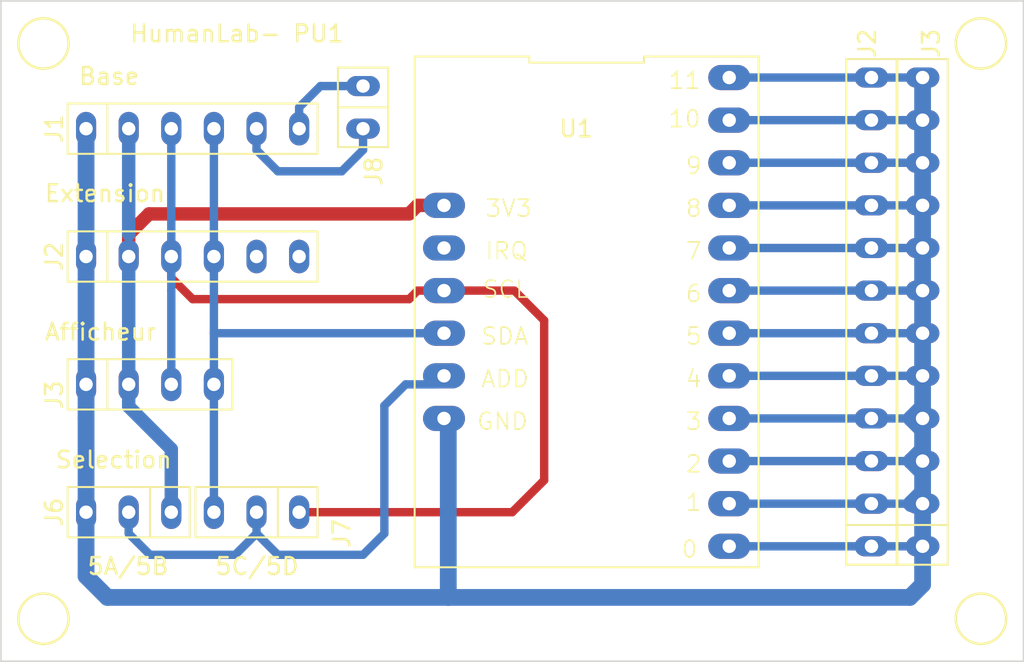
<source format=kicad_pcb>
(kicad_pcb (version 20221018) (generator pcbnew)
  (layers (0 "F.Cu" signal) (31 "B.Cu" signal) (34 "B.Paste" user) (35 "F.Paste" user) (36 "B.SilkS" user "B.Silkscreen") (37 "F.SilkS" user "F.Silkscreen") (38 "B.Mask" user) (39 "F.Mask" user) (44 "Edge.Cuts" user))
  (net 0 "")
  (net 1 "Net-(J2-Pin_1)")
  (net 3 "Net-(J2-Pin_2)")
  (net 4 "Net-(J2-Pin_3)")
  (net 5 "Net-(J2-Pin_4)")
  (net 6 "Net-(J2-Pin_5)")
  (net 7 "Net-(J2-Pin_6)")
  (net 8 "Net-(J2-Pin_7)")
  (net 9 "Net-(J2-Pin_8)")
  (net 10 "Net-(J2-Pin_9)")
  (net 11 "Net-(J2-Pin_10)")
  (net 12 "Net-(J2-Pin_11)")
  (net 13 "Net-(J2-Pin_12)")
  (net 14 "/GND")
  (net 15 "/3V3")
  (net 16 "/SCL")
  (net 17 "/SDA")
  (net 20 "Net-(J6-Pin_2)")
  (net 21 "Net-(J1A1-Pin_6)")
  (net 22 "Net-(J1A1-Pin_5)")
  (footprint "MesEmpreintes2:SIP-3" (layer "F.Cu") (at 129.54 91.44 180)
    (fp_text reference "J7" (at -5.08 -1.27 90) (layer "F.SilkS"))
    (fp_text value "5C/5D")
    (fp_line (start -3.64 -1.5) (end 3.64 -1.5) (stroke (width 0.12)) (layer "F.SilkS"))
    (fp_line (start -3.64 1.5) (end -3.64 -1.5) (stroke (width 0.12)) (layer "F.SilkS"))
    (fp_line (start -1.27 -1.5) (end -1.27 1.5) (stroke (width 0.12)) (layer "F.SilkS"))
    (fp_line (start 3.64 -1.5) (end 3.64 1.5) (stroke (width 0.12)) (layer "F.SilkS"))
    (fp_line (start 3.64 1.5) (end -3.64 1.5) (stroke (width 0.12)) (layer "F.SilkS"))
    (pad "1" thru_hole oval (at -2.54 0 180) (size 1.2 2) (drill 0.8) (layers "*.Cu" "*.Mask") (net 16 "/SCL"))
    (pad "2" thru_hole oval (at 0 0 180) (size 1.2 2) (drill 0.8) (layers "*.Cu" "*.Mask") (net 20 "Net-(J6-Pin_2)"))
    (pad "3" thru_hole oval (at 2.54 0 180) (size 1.2 2) (drill 0.8) (layers "*.Cu" "*.Mask") (net 17 "/SDA"))
  )
  (footprint "MesEmpreintes2:MPR121" (layer "F.Cu") (at 149.216 79.502 -90)
    (fp_text reference "U1" (at -10.922 0.626) (layer "F.SilkS"))
    (fp_text value "MPR121DL")
    (fp_text user "SDA" (at 2.032 6.35 unlocked) (layer "F.SilkS") (effects (font (thickness 0.1)) (justify left bottom)))
    (fp_text user "3V3" (at -5.588 6.096 unlocked) (layer "F.SilkS") (effects (font (thickness 0.1)) (justify left bottom)))
    (fp_text user "8" (at -5.588 -5.842 unlocked) (layer "F.SilkS") (effects (font (thickness 0.1)) (justify left bottom)))
    (fp_text user "6" (at -0.508 -5.842 unlocked) (layer "F.SilkS") (effects (font (thickness 0.1)) (justify left bottom)))
    (fp_text user "SCL" (at -0.762 4.826 unlocked) (layer "F.SilkS") (effects (font (thickness 0.1)) (justify bottom)))
    (fp_text user "9" (at -8.128 -5.842 unlocked) (layer "F.SilkS") (effects (font (thickness 0.1)) (justify left bottom)))
    (fp_text user "0" (at 14.732 -5.588 unlocked) (layer "F.SilkS") (effects (font (thickness 0.1)) (justify left bottom)))
    (fp_text user "3" (at 7.112 -5.842 unlocked) (layer "F.SilkS") (effects (font (thickness 0.1)) (justify left bottom)))
    (fp_text user "10" (at -10.922 -4.826 unlocked) (layer "F.SilkS") (effects (font (thickness 0.1)) (justify left bottom)))
    (fp_text user "2" (at 9.652 -5.842 unlocked) (layer "F.SilkS") (effects (font (thickness 0.1)) (justify left bottom)))
    (fp_text user "5" (at 2.032 -5.842 unlocked) (layer "F.SilkS") (effects (font (thickness 0.1)) (justify left bottom)))
    (fp_text user "GND" (at 7.112 6.604 unlocked) (layer "F.SilkS") (effects (font (thickness 0.1)) (justify left bottom)))
    (fp_text user "1" (at 11.938 -5.842 unlocked) (layer "F.SilkS") (effects (font (thickness 0.1)) (justify left bottom)))
    (fp_text user "4" (at 4.572 -5.842 unlocked) (layer "F.SilkS") (effects (font (thickness 0.1)) (justify left bottom)))
    (fp_text user "11" (at -13.208 -4.826 unlocked) (layer "F.SilkS") (effects (font (thickness 0.1)) (justify left bottom)))
    (fp_text user "7" (at -3.048 -5.842 unlocked) (layer "F.SilkS") (effects (font (thickness 0.1)) (justify left bottom)))
    (fp_text user "ADD" (at 4.572 6.35 unlocked) (layer "F.SilkS") (effects (font (thickness 0.1)) (justify left bottom)))
    (fp_text user "IRQ" (at -3.048 6.096 unlocked) (layer "F.SilkS") (effects (font (thickness 0.1)) (justify left bottom)))
    (fp_line (start -15.22 -10.25) (end -15.22 -3.416666) (stroke (width 0.12)) (layer "F.SilkS"))
    (fp_line (start -15.22 -3.416666) (end -14.86 -3.416666) (stroke (width 0.12)) (layer "F.SilkS"))
    (fp_line (start -15.22 3.416666) (end -15.22 10.249999) (stroke (width 0.12)) (layer "F.SilkS"))
    (fp_line (start -15.22 10.249999) (end 15.22 10.25) (stroke (width 0.12)) (layer "F.SilkS"))
    (fp_line (start -14.86 -3.416666) (end -14.86 3.416666) (stroke (width 0.12)) (layer "F.SilkS"))
    (fp_line (start -14.86 3.416666) (end -15.22 3.416666) (stroke (width 0.12)) (layer "F.SilkS"))
    (fp_line (start 15.22 -10.249999) (end -15.22 -10.25) (stroke (width 0.12)) (layer "F.SilkS"))
    (fp_line (start 15.22 10.25) (end 15.22 -10.249999) (stroke (width 0.12)) (layer "F.SilkS"))
    (pad "1" thru_hole oval (at -6.35 8.5 270) (size 1.5 2.5) (drill 0.8) (layers "*.Cu" "*.Mask") (net 15 "/3V3"))
    (pad "2" thru_hole oval (at -3.81 8.5 270) (size 1.5 2.5) (drill 0.8) (layers "*.Cu" "*.Mask"))
    (pad "3" thru_hole oval (at -1.27 8.5 270) (size 1.5 2.5) (drill 0.8) (layers "*.Cu" "*.Mask") (net 16 "/SCL"))
    (pad "4" thru_hole oval (at 1.27 8.5 270) (size 1.5 2.5) (drill 0.8) (layers "*.Cu" "*.Mask") (net 17 "/SDA"))
    (pad "5" thru_hole oval (at 3.81 8.5 270) (size 1.5 2.5) (drill 0.8) (layers "*.Cu" "*.Mask") (net 20 "Net-(J6-Pin_2)"))
    (pad "6" thru_hole oval (at 6.35 8.5 270) (size 1.5 2.5) (drill 0.8) (layers "*.Cu" "*.Mask") (net 14 "/GND"))
    (pad "7" thru_hole oval (at 13.97 -8.5 270) (size 1.5 2.5) (drill 0.8) (layers "*.Cu" "*.Mask") (net 1 "Net-(J2-Pin_1)"))
    (pad "8" thru_hole oval (at 11.43 -8.5 270) (size 1.5 2.5) (drill 0.8) (layers "*.Cu" "*.Mask") (net 3 "Net-(J2-Pin_2)"))
    (pad "9" thru_hole oval (at 8.89 -8.5 270) (size 1.5 2.5) (drill 0.8) (layers "*.Cu" "*.Mask") (net 4 "Net-(J2-Pin_3)"))
    (pad "10" thru_hole oval (at 6.35 -8.5 270) (size 1.5 2.5) (drill 0.8) (layers "*.Cu" "*.Mask") (net 5 "Net-(J2-Pin_4)"))
    (pad "11" thru_hole oval (at 3.81 -8.5 270) (size 1.5 2.5) (drill 0.8) (layers "*.Cu" "*.Mask") (net 6 "Net-(J2-Pin_5)"))
    (pad "12" thru_hole oval (at 1.27 -8.5 270) (size 1.5 2.5) (drill 0.8) (layers "*.Cu" "*.Mask") (net 7 "Net-(J2-Pin_6)"))
    (pad "13" thru_hole oval (at -1.27 -8.5 270) (size 1.5 2.5) (drill 0.8) (layers "*.Cu" "*.Mask") (net 8 "Net-(J2-Pin_7)"))
    (pad "14" thru_hole oval (at -3.81 -8.5 270) (size 1.5 2.5) (drill 0.8) (layers "*.Cu" "*.Mask") (net 9 "Net-(J2-Pin_8)"))
    (pad "15" thru_hole oval (at -6.35 -8.5 270) (size 1.5 2.5) (drill 0.8) (layers "*.Cu" "*.Mask") (net 10 "Net-(J2-Pin_9)"))
    (pad "16" thru_hole oval (at -8.89 -8.5 270) (size 1.5 2.5) (drill 0.8) (layers "*.Cu" "*.Mask") (net 11 "Net-(J2-Pin_10)"))
    (pad "17" thru_hole oval (at -11.43 -8.5 270) (size 1.5 2.5) (drill 0.8) (layers "*.Cu" "*.Mask") (net 12 "Net-(J2-Pin_11)"))
    (pad "18" thru_hole oval (at -13.97 -8.5 270) (size 1.5 2.5) (drill 0.8) (layers "*.Cu" "*.Mask") (net 13 "Net-(J2-Pin_12)"))
  )
  (footprint "MesEmpreintes2:SIP-2" (layer "F.Cu") (at 135.89 67.31 -90)
    (fp_text reference "J8" (at 3.81 -0.635 90) (layer "F.SilkS"))
    (fp_text value "Conn_01x02_Socket" hide)
    (fp_line (start -2.37 -1.5) (end 2.37 -1.5) (stroke (width 0.12)) (layer "F.SilkS"))
    (fp_line (start -2.37 1.5) (end -2.37 -1.5) (stroke (width 0.12)) (layer "F.SilkS"))
    (fp_line (start 0 -1.5) (end 0 1.5) (stroke (width 0.12)) (layer "F.SilkS"))
    (fp_line (start 2.37 -1.5) (end 2.37 1.5) (stroke (width 0.12)) (layer "F.SilkS"))
    (fp_line (start 2.37 1.5) (end -2.37 1.5) (stroke (width 0.12)) (layer "F.SilkS"))
    (pad "1" thru_hole oval (at -1.27 0 270) (size 1.2 2) (drill 0.8) (layers "*.Cu" "*.Mask") (net 21 "Net-(J1A1-Pin_6)"))
    (pad "2" thru_hole oval (at 1.27 0 270) (size 1.2 2) (drill 0.8) (layers "*.Cu" "*.Mask") (net 22 "Net-(J1A1-Pin_5)"))
  )
  (footprint "MesEmpreintes2:SIP-3" (layer "F.Cu") (at 121.92 91.44 180)
    (fp_text reference "J6" (at 4.445 0 90) (layer "F.SilkS"))
    (fp_text value "5A/5B")
    (fp_line (start -3.64 -1.5) (end 3.64 -1.5) (stroke (width 0.12)) (layer "F.SilkS"))
    (fp_line (start -3.64 1.5) (end -3.64 -1.5) (stroke (width 0.12)) (layer "F.SilkS"))
    (fp_line (start -1.27 -1.5) (end -1.27 1.5) (stroke (width 0.12)) (layer "F.SilkS"))
    (fp_line (start 3.64 -1.5) (end 3.64 1.5) (stroke (width 0.12)) (layer "F.SilkS"))
    (fp_line (start 3.64 1.5) (end -3.64 1.5) (stroke (width 0.12)) (layer "F.SilkS"))
    (pad "1" thru_hole oval (at -2.54 0 180) (size 1.2 2) (drill 0.8) (layers "*.Cu" "*.Mask") (net 15 "/3V3"))
    (pad "2" thru_hole oval (at 0 0 180) (size 1.2 2) (drill 0.8) (layers "*.Cu" "*.Mask") (net 20 "Net-(J6-Pin_2)"))
    (pad "3" thru_hole oval (at 2.54 0 180) (size 1.2 2) (drill 0.8) (layers "*.Cu" "*.Mask") (net 14 "/GND"))
  )
  (footprint "MesEmpreintes2:SIP-4" (layer "F.Cu") (at 123.19 83.82)
    (fp_text reference "J3" (at -5.715 0.635 90) (layer "F.SilkS"))
    (fp_text value "Afficheur")
    (fp_line (start -4.91 -1.5) (end 4.91 -1.5) (stroke (width 0.12)) (layer "F.SilkS"))
    (fp_line (start -4.91 1.5) (end -4.91 -1.5) (stroke (width 0.12)) (layer "F.SilkS"))
    (fp_line (start -2.54 -1.5) (end -2.54 1.5) (stroke (width 0.12)) (layer "F.SilkS"))
    (fp_line (start 4.91 -1.5) (end 4.91 1.5) (stroke (width 0.12)) (layer "F.SilkS"))
    (fp_line (start 4.91 1.5) (end -4.91 1.5) (stroke (width 0.12)) (layer "F.SilkS"))
    (pad "1" thru_hole oval (at -3.81 0) (size 1.2 2) (drill 0.8) (layers "*.Cu" "*.Mask") (net 14 "/GND"))
    (pad "2" thru_hole oval (at -1.27 0) (size 1.2 2) (drill 0.8) (layers "*.Cu" "*.Mask") (net 15 "/3V3"))
    (pad "3" thru_hole oval (at 1.27 0) (size 1.2 2) (drill 0.8) (layers "*.Cu" "*.Mask") (net 16 "/SCL"))
    (pad "4" thru_hole oval (at 3.81 0) (size 1.2 2) (drill 0.8) (layers "*.Cu" "*.Mask") (net 17 "/SDA"))
  )
  (footprint "MesEmpreintes2:SIP-6" (layer "F.Cu") (at 125.73 76.2)
    (fp_text reference "J2" (at -8.255 0 90) (layer "F.SilkS"))
    (fp_text value "Exten")
    (fp_line (start -7.45 -1.5) (end 7.45 -1.5) (stroke (width 0.12)) (layer "F.SilkS"))
    (fp_line (start -7.45 1.5) (end -7.45 -1.5) (stroke (width 0.12)) (layer "F.SilkS"))
    (fp_line (start -5.08 -1.5) (end -5.08 1.5) (stroke (width 0.12)) (layer "F.SilkS"))
    (fp_line (start 7.45 -1.5) (end 7.45 1.5) (stroke (width 0.12)) (layer "F.SilkS"))
    (fp_line (start 7.45 1.5) (end -7.45 1.5) (stroke (width 0.12)) (layer "F.SilkS"))
    (pad "1" thru_hole oval (at -6.35 0) (size 1.2 2) (drill 0.8) (layers "*.Cu" "*.Mask") (net 14 "/GND"))
    (pad "2" thru_hole oval (at -3.81 0) (size 1.2 2) (drill 0.8) (layers "*.Cu" "*.Mask") (net 15 "/3V3"))
    (pad "3" thru_hole oval (at -1.27 0) (size 1.2 2) (drill 0.8) (layers "*.Cu" "*.Mask") (net 16 "/SCL"))
    (pad "4" thru_hole oval (at 1.27 0) (size 1.2 2) (drill 0.8) (layers "*.Cu" "*.Mask") (net 17 "/SDA"))
    (pad "5" thru_hole oval (at 3.81 0) (size 1.2 2) (drill 0.8) (layers "*.Cu" "*.Mask"))
    (pad "6" thru_hole oval (at 6.35 0) (size 1.2 2) (drill 0.8) (layers "*.Cu" "*.Mask"))
  )
  (footprint "MesEmpreintes2:SIP-12" (layer "F.Cu") (at 169.24125 79.502 90)
    (fp_text reference "J3" (at 16.002 0.508 90) (layer "F.SilkS"))
    (fp_text value "Conn_01x12_Socket" hide)
    (fp_line (start -15.07 -1.5) (end 15.07 -1.5) (stroke (width 0.12)) (layer "F.SilkS"))
    (fp_line (start -15.07 1.5) (end -15.07 -1.5) (stroke (width 0.12)) (layer "F.SilkS"))
    (fp_line (start -12.7 -1.5) (end -12.7 1.5) (stroke (width 0.12)) (layer "F.SilkS"))
    (fp_line (start 15.07 -1.5) (end 15.07 1.5) (stroke (width 0.12)) (layer "F.SilkS"))
    (fp_line (start 15.07 1.5) (end -15.07 1.5) (stroke (width 0.12)) (layer "F.SilkS"))
    (pad "1" thru_hole oval (at -13.97 0 90) (size 1.2 2) (drill 0.8) (layers "*.Cu" "*.Mask") (net 14 "/GND"))
    (pad "2" thru_hole oval (at -11.43 0 90) (size 1.2 2) (drill 0.8) (layers "*.Cu" "*.Mask") (net 14 "/GND"))
    (pad "3" thru_hole oval (at -8.89 0 90) (size 1.2 2) (drill 0.8) (layers "*.Cu" "*.Mask") (net 14 "/GND"))
    (pad "4" thru_hole oval (at -6.35 0 90) (size 1.2 2) (drill 0.8) (layers "*.Cu" "*.Mask") (net 14 "/GND"))
    (pad "5" thru_hole oval (at -3.81 0 90) (size 1.2 2) (drill 0.8) (layers "*.Cu" "*.Mask") (net 14 "/GND"))
    (pad "6" thru_hole oval (at -1.27 0 90) (size 1.2 2) (drill 0.8) (layers "*.Cu" "*.Mask") (net 14 "/GND"))
    (pad "7" thru_hole oval (at 1.27 0 90) (size 1.2 2) (drill 0.8) (layers "*.Cu" "*.Mask") (net 14 "/GND"))
    (pad "8" thru_hole oval (at 3.81 0 90) (size 1.2 2) (drill 0.8) (layers "*.Cu" "*.Mask") (net 14 "/GND"))
    (pad "9" thru_hole oval (at 6.35 0 90) (size 1.2 2) (drill 0.8) (layers "*.Cu" "*.Mask") (net 14 "/GND"))
    (pad "10" thru_hole oval (at 8.89 0 90) (size 1.2 2) (drill 0.8) (layers "*.Cu" "*.Mask") (net 14 "/GND"))
    (pad "11" thru_hole oval (at 11.43 0 90) (size 1.2 2) (drill 0.8) (layers "*.Cu" "*.Mask") (net 14 "/GND"))
    (pad "12" thru_hole oval (at 13.97 0 90) (size 1.2 2) (drill 0.8) (layers "*.Cu" "*.Mask") (net 14 "/GND"))
  )
  (footprint "MesEmpreintes2:SIP-12" (layer "F.Cu") (at 166.19325 79.502 90)
    (fp_text reference "J2" (at 16.002 -0.254 90) (layer "F.SilkS"))
    (fp_text value "Conn_01x12_Socket" hide)
    (fp_line (start -15.07 -1.5) (end 15.07 -1.5) (stroke (width 0.12)) (layer "F.SilkS"))
    (fp_line (start -15.07 1.5) (end -15.07 -1.5) (stroke (width 0.12)) (layer "F.SilkS"))
    (fp_line (start -12.7 -1.5) (end -12.7 1.5) (stroke (width 0.12)) (layer "F.SilkS"))
    (fp_line (start 15.07 -1.5) (end 15.07 1.5) (stroke (width 0.12)) (layer "F.SilkS"))
    (fp_line (start 15.07 1.5) (end -15.07 1.5) (stroke (width 0.12)) (layer "F.SilkS"))
    (pad "1" thru_hole oval (at -13.97 0 90) (size 1.2 2) (drill 0.8) (layers "*.Cu" "*.Mask") (net 1 "Net-(J2-Pin_1)"))
    (pad "2" thru_hole oval (at -11.43 0 90) (size 1.2 2) (drill 0.8) (layers "*.Cu" "*.Mask") (net 3 "Net-(J2-Pin_2)"))
    (pad "3" thru_hole oval (at -8.89 0 90) (size 1.2 2) (drill 0.8) (layers "*.Cu" "*.Mask") (net 4 "Net-(J2-Pin_3)"))
    (pad "4" thru_hole oval (at -6.35 0 90) (size 1.2 2) (drill 0.8) (layers "*.Cu" "*.Mask") (net 5 "Net-(J2-Pin_4)"))
    (pad "5" thru_hole oval (at -3.81 0 90) (size 1.2 2) (drill 0.8) (layers "*.Cu" "*.Mask") (net 6 "Net-(J2-Pin_5)"))
    (pad "6" thru_hole oval (at -1.27 0 90) (size 1.2 2) (drill 0.8) (layers "*.Cu" "*.Mask") (net 7 "Net-(J2-Pin_6)"))
    (pad "7" thru_hole oval (at 1.27 0 90) (size 1.2 2) (drill 0.8) (layers "*.Cu" "*.Mask") (net 8 "Net-(J2-Pin_7)"))
    (pad "8" thru_hole oval (at 3.81 0 90) (size 1.2 2) (drill 0.8) (layers "*.Cu" "*.Mask") (net 9 "Net-(J2-Pin_8)"))
    (pad "9" thru_hole oval (at 6.35 0 90) (size 1.2 2) (drill 0.8) (layers "*.Cu" "*.Mask") (net 10 "Net-(J2-Pin_9)"))
    (pad "10" thru_hole oval (at 8.89 0 90) (size 1.2 2) (drill 0.8) (layers "*.Cu" "*.Mask") (net 11 "Net-(J2-Pin_10)"))
    (pad "11" thru_hole oval (at 11.43 0 90) (size 1.2 2) (drill 0.8) (layers "*.Cu" "*.Mask") (net 12 "Net-(J2-Pin_11)"))
    (pad "12" thru_hole oval (at 13.97 0 90) (size 1.2 2) (drill 0.8) (layers "*.Cu" "*.Mask") (net 13 "Net-(J2-Pin_12)"))
  )
  (footprint "MesEmpreintes2:SIP-6" (layer "F.Cu") (at 125.73 68.58)
    (fp_text reference "J1" (at -8.255 0 90) (layer "F.SilkS"))
    (fp_text value "Vers Base")
    (fp_line (start -7.45 -1.5) (end 7.45 -1.5) (stroke (width 0.12)) (layer "F.SilkS"))
    (fp_line (start -7.45 1.5) (end -7.45 -1.5) (stroke (width 0.12)) (layer "F.SilkS"))
    (fp_line (start -5.08 -1.5) (end -5.08 1.5) (stroke (width 0.12)) (layer "F.SilkS"))
    (fp_line (start 7.45 -1.5) (end 7.45 1.5) (stroke (width 0.12)) (layer "F.SilkS"))
    (fp_line (start 7.45 1.5) (end -7.45 1.5) (stroke (width 0.12)) (layer "F.SilkS"))
    (pad "1" thru_hole oval (at -6.35 0) (size 1.2 2) (drill 0.8) (layers "*.Cu" "*.Mask") (net 14 "/GND"))
    (pad "2" thru_hole oval (at -3.81 0) (size 1.2 2) (drill 0.8) (layers "*.Cu" "*.Mask") (net 15 "/3V3"))
    (pad "3" thru_hole oval (at -1.27 0) (size 1.2 2) (drill 0.8) (layers "*.Cu" "*.Mask") (net 16 "/SCL"))
    (pad "4" thru_hole oval (at 1.27 0) (size 1.2 2) (drill 0.8) (layers "*.Cu" "*.Mask") (net 17 "/SDA"))
    (pad "5" thru_hole oval (at 3.81 0) (size 1.2 2) (drill 0.8) (layers "*.Cu" "*.Mask") (net 22 "Net-(J1A1-Pin_5)"))
    (pad "6" thru_hole oval (at 6.35 0) (size 1.2 2) (drill 0.8) (layers "*.Cu" "*.Mask") (net 21 "Net-(J1A1-Pin_6)"))
  )
  (gr_circle (center 172.72 63.5) (end 174.22 63.5) (stroke (width 0.15)) (fill none) (layer "F.SilkS"))
  (gr_circle (center 116.84 97.79) (end 118.34 97.79) (stroke (width 0.15)) (fill none) (layer "F.SilkS"))
  (gr_circle (center 116.84 63.5) (end 118.34 63.5) (stroke (width 0.15)) (fill none) (layer "F.SilkS"))
  (gr_circle (center 172.72 97.79) (end 174.22 97.79) (stroke (width 0.15)) (fill none) (layer "F.SilkS"))
  (gr_rect (start 114.3 60.96) (end 175.26 100.33) (stroke (width 0.1)) (fill none) (layer "Edge.Cuts"))
  (gr_text "5A/5B" (at 119.38 95.25) (layer "F.SilkS") (effects (font (size 1 1)) (justify left bottom)))
  (gr_text "Extension" (at 116.84 73.025) (layer "F.SilkS") (effects (font (size 1 1)) (justify left bottom)))
  (gr_text "Selection" (at 117.475 88.9) (layer "F.SilkS") (effects (font (size 1 1)) (justify left bottom)))
  (gr_text "HumanLab- PU1" (at 121.92 63.5) (layer "F.SilkS") (effects (font (size 1 1)) (justify left bottom)))
  (gr_text "5C/5D" (at 127 95.25) (layer "F.SilkS") (effects (font (size 1 1)) (justify left bottom)))
  (gr_text "Base" (at 118.872 66.04) (layer "F.SilkS") (effects (font (size 1 1)) (justify left bottom)))
  (gr_text "Afficheur" (at 116.84 81.28) (layer "F.SilkS") (effects (font (size 1 1)) (justify left bottom)))
  (segment (start 169.164 93.472) (end 157.716 93.472) (width 0.5) (layer "B.Cu") (net 1))
  (segment (start 169.164 90.932) (end 157.716 90.932) (width 0.5) (layer "B.Cu") (net 3))
  (segment (start 169.164 88.392) (end 157.716 88.392) (width 0.5) (layer "B.Cu") (net 4))
  (segment (start 169.164 85.852) (end 157.716 85.852) (width 0.5) (layer "B.Cu") (net 5))
  (segment (start 169.164 83.312) (end 157.716 83.312) (width 0.5) (layer "B.Cu") (net 6))
  (segment (start 169.164 80.772) (end 157.716 80.772) (width 0.5) (layer "B.Cu") (net 7))
  (segment (start 169.164 78.232) (end 157.716 78.232) (width 0.5) (layer "B.Cu") (net 8))
  (segment (start 169.164 75.692) (end 157.716 75.692) (width 0.5) (layer "B.Cu") (net 9))
  (segment (start 169.164 73.152) (end 157.716 73.152) (width 0.5) (layer "B.Cu") (net 10))
  (segment (start 169.164 70.612) (end 157.716 70.612) (width 0.5) (layer "B.Cu") (net 11))
  (segment (start 169.164 68.072) (end 157.716 68.072) (width 0.5) (layer "B.Cu") (net 12))
  (segment (start 169.164 65.532) (end 157.716 65.532) (width 0.5) (layer "B.Cu") (net 13))
  (segment (start 169.24125 85.1895) (end 168.57875 85.852) (width 1) (layer "B.Cu") (net 14))
  (segment (start 169.24125 75.0295) (end 168.57875 75.692) (width 0.25) (layer "B.Cu") (net 14))
  (segment (start 169.24125 71.2745) (end 169.24125 72.4895) (width 1) (layer "B.Cu") (net 14))
  (segment (start 169.24125 78.232) (end 168.57875 78.232) (width 0.25) (layer "B.Cu") (net 14))
  (segment (start 169.24125 87.7295) (end 168.57875 88.392) (width 1) (layer "B.Cu") (net 14))
  (segment (start 169.24125 80.1095) (end 168.57875 80.772) (width 0.25) (layer "B.Cu") (net 14))
  (segment (start 119.38 83.82) (end 119.38 84.4825) (width 1) (layer "B.Cu") (net 14))
  (segment (start 169.24125 73.152) (end 168.57875 73.152) (width 0.25) (layer "B.Cu") (net 14))
  (segment (start 168.57875 68.072) (end 169.24125 68.7345) (width 0.25) (layer "B.Cu") (net 14))
  (segment (start 169.24125 65.532) (end 169.24125 68.072) (width 1) (layer "B.Cu") (net 14))
  (segment (start 169.24125 83.9745) (end 169.24125 84.0782) (width 0.25) (layer "B.Cu") (net 14))
  (segment (start 169.24125 83.312) (end 168.57875 83.312) (width 0.25) (layer "B.Cu") (net 14))
  (segment (start 169.24125 93.472) (end 169.24125 95.758) (width 1) (layer "B.Cu") (net 14))
  (segment (start 169.24125 90.932) (end 168.57875 90.932) (width 1) (layer "B.Cu") (net 14))
  (segment (start 169.24125 75.692) (end 168.57875 75.692) (width 0.25) (layer "B.Cu") (net 14))
  (segment (start 169.24125 90.2695) (end 168.57875 90.932) (width 1) (layer "B.Cu") (net 14))
  (segment (start 169.24125 89.0545) (end 169.24125 90.2695) (width 1) (layer "B.Cu") (net 14))
  (segment (start 168.57875 78.232) (end 169.24125 78.8945) (width 0.25) (layer "B.Cu") (net 14))
  (segment (start 168.47925 96.52) (end 140.97 96.52) (width 1) (layer "B.Cu") (net 14))
  (segment (start 169.24125 68.7345) (end 169.24125 69.9495) (width 1) (layer "B.Cu") (net 14))
  (segment (start 169.24125 95.758) (end 168.47925 96.52) (width 1) (layer "B.Cu") (net 14))
  (segment (start 140.97 96.52) (end 140.97 86.106) (width 1) (layer "B.Cu") (net 14))
  (segment (start 169.24125 83.9745) (end 169.24125 85.1895) (width 1) (layer "B.Cu") (net 14))
  (segment (start 169.24125 73.8145) (end 169.24125 75.0295) (width 1) (layer "B.Cu") (net 14))
  (segment (start 168.57875 88.392) (end 169.24125 89.0545) (width 1) (layer "B.Cu") (net 14))
  (segment (start 169.24125 86.5145) (end 169.24125 87.7295) (width 1) (layer "B.Cu") (net 14))
  (segment (start 168.57875 73.152) (end 169.24125 73.8145) (width 0.25) (layer "B.Cu") (net 14))
  (segment (start 168.57875 80.772) (end 169.24125 81.4345) (width 0.25) (layer "B.Cu") (net 14))
  (segment (start 119.38 76.2) (end 119.38 83.82) (width 1) (layer "B.Cu") (net 14))
  (segment (start 169.24125 68.072) (end 168.57875 68.072) (width 0.25) (layer "B.Cu") (net 14))
  (segment (start 169.24125 81.4345) (end 169.24125 82.6495) (width 1) (layer "B.Cu") (net 14))
  (segment (start 119.38 68.58) (end 119.38 76.2) (width 1) (layer "B.Cu") (net 14))
  (segment (start 120.65 96.52) (end 119.38 95.25) (width 1) (layer "B.Cu") (net 14))
  (segment (start 168.57875 83.312) (end 169.24125 83.9745) (width 0.25) (layer "B.Cu") (net 14))
  (segment (start 119.38 84.4825) (end 119.38 85.852) (width 1) (layer "B.Cu") (net 14))
  (segment (start 169.24125 78.8945) (end 169.24125 80.1095) (width 1) (layer "B.Cu") (net 14))
  (segment (start 169.24125 70.612) (end 168.57875 70.612) (width 0.25) (layer "B.Cu") (net 14))
  (segment (start 168.57875 75.692) (end 169.24125 76.3545) (width 0.25) (layer "B.Cu") (net 14))
  (segment (start 169.24125 88.392) (end 168.57875 88.392) (width 1) (layer "B.Cu") (net 14))
  (segment (start 169.24125 77.5695) (end 168.57875 78.232) (width 0.25) (layer "B.Cu") (net 14))
  (segment (start 168.57875 70.612) (end 169.24125 71.2745) (width 0.25) (layer "B.Cu") (net 14))
  (segment (start 169.24125 69.9495) (end 168.57875 70.612) (width 0.25) (layer "B.Cu") (net 14))
  (segment (start 169.24125 76.3545) (end 169.24125 77.5695) (width 1) (layer "B.Cu") (net 14))
  (segment (start 119.38 95.25) (end 119.38 91.44) (width 1) (layer "B.Cu") (net 14))
  (segment (start 169.24125 82.6495) (end 168.57875 83.312) (width 0.25) (layer "B.Cu") (net 14))
  (segment (start 140.97 96.52) (end 120.65 96.52) (width 1) (layer "B.Cu") (net 14))
  (segment (start 169.24125 80.772) (end 168.57875 80.772) (width 0.25) (layer "B.Cu") (net 14))
  (segment (start 169.24125 72.4895) (end 168.57875 73.152) (width 0.25) (layer "B.Cu") (net 14))
  (segment (start 119.38 85.852) (end 119.38 91.44) (width 1) (layer "B.Cu") (net 14))
  (segment (start 140.97 86.106) (end 140.716 85.852) (width 1) (layer "B.Cu") (net 14))
  (segment (start 169.24125 85.852) (end 168.57875 85.852) (width 1) (layer "B.Cu") (net 14))
  (segment (start 168.57875 85.852) (end 169.24125 86.5145) (width 1) (layer "B.Cu") (net 14))
  (segment (start 169.24125 90.932) (end 169.24125 93.472) (width 1) (layer "B.Cu") (net 14))
  (segment (start 139.1409 73.152) (end 140.716 73.152) (width 0.8) (layer "F.Cu") (net 15))
  (segment (start 123.1349 73.66) (end 138.6329 73.66) (width 0.8) (layer "F.Cu") (net 15))
  (segment (start 138.6329 73.66) (end 139.1409 73.152) (width 0.8) (layer "F.Cu") (net 15))
  (segment (start 121.92 76.2) (end 121.92 74.8749) (width 0.8) (layer "F.Cu") (net 15))
  (segment (start 121.92 74.8749) (end 123.1349 73.66) (width 0.8) (layer "F.Cu") (net 15))
  (segment (start 121.92 76.2) (end 121.92 83.82) (width 0.8) (layer "B.Cu") (net 15))
  (segment (start 124.46 87.6851) (end 124.46 91.44) (width 0.8) (layer "B.Cu") (net 15))
  (segment (start 121.92 68.58) (end 121.92 74.8749) (width 0.8) (layer "B.Cu") (net 15))
  (segment (start 121.92 85.1451) (end 124.46 87.6851) (width 0.8) (layer "B.Cu") (net 15))
  (segment (start 121.92 83.82) (end 121.92 85.1451) (width 0.8) (layer "B.Cu") (net 15))
  (segment (start 124.46 77.47) (end 125.73 78.74) (width 0.5) (layer "F.Cu") (net 16))
  (segment (start 124.46 76.2) (end 124.46 76.8625) (width 0.5) (layer "F.Cu") (net 16))
  (segment (start 144.78 91.44) (end 146.685 89.535) (width 0.5) (layer "F.Cu") (net 16))
  (segment (start 146.685 89.535) (end 146.685 80.01) (width 0.5) (layer "F.Cu") (net 16))
  (segment (start 139.1409 78.232) (end 140.716 78.232) (width 0.5) (layer "F.Cu") (net 16))
  (segment (start 144.907 78.232) (end 140.716 78.232) (width 0.5) (layer "F.Cu") (net 16))
  (segment (start 138.6329 78.74) (end 139.1409 78.232) (width 0.5) (layer "F.Cu") (net 16))
  (segment (start 124.46 76.2) (end 124.46 77.47) (width 0.5) (layer "F.Cu") (net 16))
  (segment (start 125.73 78.74) (end 138.6329 78.74) (width 0.5) (layer "F.Cu") (net 16))
  (segment (start 132.08 91.44) (end 144.78 91.44) (width 0.5) (layer "F.Cu") (net 16))
  (segment (start 146.685 80.01) (end 144.907 78.232) (width 0.5) (layer "F.Cu") (net 16))
  (segment (start 124.46 68.58) (end 124.46 76.2) (width 0.5) (layer "B.Cu") (net 16))
  (segment (start 124.46 78.232) (end 124.46 83.82) (width 0.5) (layer "B.Cu") (net 16))
  (segment (start 124.46 76.8625) (end 124.46 78.232) (width 0.5) (layer "B.Cu") (net 16))
  (segment (start 127 83.82) (end 127 91.44) (width 0.5) (layer "B.Cu") (net 17))
  (segment (start 127 80.772) (end 140.716 80.772) (width 0.5) (layer "B.Cu") (net 17))
  (segment (start 127 76.2) (end 127 80.772) (width 0.5) (layer "B.Cu") (net 17))
  (segment (start 127 68.58) (end 127 76.2) (width 0.5) (layer "B.Cu") (net 17))
  (segment (start 127 80.772) (end 127 83.82) (width 0.5) (layer "B.Cu") (net 17))
  (segment (start 138.43 83.82) (end 140.208 83.82) (width 0.5) (layer "B.Cu") (net 20))
  (segment (start 140.208 83.82) (end 140.716 83.312) (width 0.5) (layer "B.Cu") (net 20))
  (segment (start 130.81 93.98) (end 135.89 93.98) (width 0.5) (layer "B.Cu") (net 20))
  (segment (start 129.54 92.71) (end 128.27 93.98) (width 0.5) (layer "B.Cu") (net 20))
  (segment (start 123.19 93.98) (end 121.92 92.71) (width 0.5) (layer "B.Cu") (net 20))
  (segment (start 129.54 92.71) (end 130.81 93.98) (width 0.5) (layer "B.Cu") (net 20))
  (segment (start 135.89 93.98) (end 137.16 92.71) (width 0.5) (layer "B.Cu") (net 20))
  (segment (start 121.92 92.71) (end 121.92 91.44) (width 0.5) (layer "B.Cu") (net 20))
  (segment (start 128.27 93.98) (end 123.19 93.98) (width 0.5) (layer "B.Cu") (net 20))
  (segment (start 137.16 92.71) (end 137.16 85.09) (width 0.5) (layer "B.Cu") (net 20))
  (segment (start 137.16 85.09) (end 138.43 83.82) (width 0.5) (layer "B.Cu") (net 20))
  (segment (start 129.54 91.44) (end 129.54 92.71) (width 0.5) (layer "B.Cu") (net 20))
  (segment (start 132.08 67.31) (end 133.35 66.04) (width 0.5) (layer "B.Cu") (net 21))
  (segment (start 133.35 66.04) (end 135.89 66.04) (width 0.5) (layer "B.Cu") (net 21))
  (segment (start 132.08 68.58) (end 132.08 67.31) (width 0.5) (layer "B.Cu") (net 21))
  (segment (start 129.54 69.85) (end 130.81 71.12) (width 0.5) (layer "B.Cu") (net 22))
  (segment (start 134.62 71.12) (end 135.89 69.85) (width 0.5) (layer "B.Cu") (net 22))
  (segment (start 129.54 68.58) (end 129.54 69.85) (width 0.5) (layer "B.Cu") (net 22))
  (segment (start 135.89 69.85) (end 135.89 68.58) (width 0.5) (layer "B.Cu") (net 22))
  (segment (start 130.81 71.12) (end 134.62 71.12) (width 0.5) (layer "B.Cu") (net 22))
)
</source>
